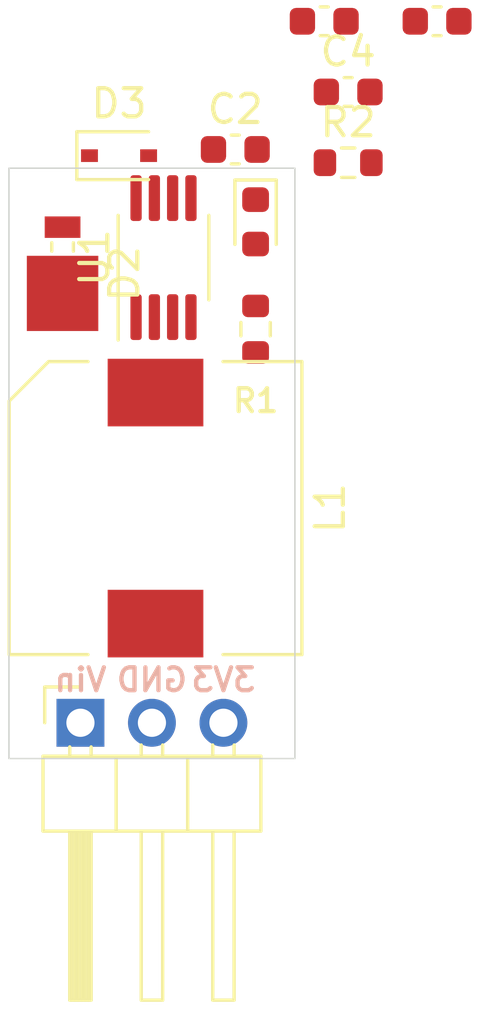
<source format=kicad_pcb>
(kicad_pcb (version 20171130) (host pcbnew "(5.1.12)-1")

  (general
    (thickness 1.6)
    (drawings 7)
    (tracks 0)
    (zones 0)
    (modules 12)
    (nets 10)
  )

  (page A4)
  (layers
    (0 F.Cu signal)
    (31 B.Cu signal)
    (34 B.Paste user)
    (35 F.Paste user hide)
    (36 B.SilkS user)
    (37 F.SilkS user hide)
    (38 B.Mask user)
    (39 F.Mask user hide)
    (44 Edge.Cuts user)
    (45 Margin user)
    (46 B.CrtYd user)
    (47 F.CrtYd user)
  )

  (setup
    (last_trace_width 0.4064)
    (user_trace_width 0.4064)
    (trace_clearance 0.2032)
    (zone_clearance 0.508)
    (zone_45_only no)
    (trace_min 0.2032)
    (via_size 0.8128)
    (via_drill 0.4064)
    (via_min_size 0.8128)
    (via_min_drill 0.4064)
    (user_via 0.8128 0.4064)
    (uvia_size 0.3048)
    (uvia_drill 0.1016)
    (uvias_allowed no)
    (uvia_min_size 0.2032)
    (uvia_min_drill 0.1016)
    (edge_width 0.05)
    (segment_width 0.2)
    (pcb_text_width 0.3)
    (pcb_text_size 1.5 1.5)
    (mod_edge_width 0.12)
    (mod_text_size 1 1)
    (mod_text_width 0.15)
    (pad_size 1.524 1.524)
    (pad_drill 0.762)
    (pad_to_mask_clearance 0)
    (aux_axis_origin 0 0)
    (visible_elements FFFFFF7F)
    (pcbplotparams
      (layerselection 0x010fc_ffffffff)
      (usegerberextensions false)
      (usegerberattributes true)
      (usegerberadvancedattributes true)
      (creategerberjobfile true)
      (excludeedgelayer true)
      (linewidth 0.100000)
      (plotframeref false)
      (viasonmask false)
      (mode 1)
      (useauxorigin false)
      (hpglpennumber 1)
      (hpglpenspeed 20)
      (hpglpendiameter 15.000000)
      (psnegative false)
      (psa4output false)
      (plotreference true)
      (plotvalue true)
      (plotinvisibletext false)
      (padsonsilk false)
      (subtractmaskfromsilk false)
      (outputformat 1)
      (mirror false)
      (drillshape 1)
      (scaleselection 1)
      (outputdirectory ""))
  )

  (net 0 "")
  (net 1 "Net-(C1-Pad2)")
  (net 2 "Net-(C1-Pad1)")
  (net 3 GND)
  (net 4 VCC)
  (net 5 +3V3)
  (net 6 "Net-(D1-Pad2)")
  (net 7 "Net-(U1-Pad5)")
  (net 8 "Net-(C3-Pad2)")
  (net 9 "Net-(C3-Pad1)")

  (net_class Default "This is the default net class."
    (clearance 0.2032)
    (trace_width 0.4064)
    (via_dia 0.8128)
    (via_drill 0.4064)
    (uvia_dia 0.3048)
    (uvia_drill 0.1016)
    (diff_pair_width 0.2032)
    (diff_pair_gap 0.254)
    (add_net +3V3)
    (add_net GND)
    (add_net "Net-(C1-Pad1)")
    (add_net "Net-(C1-Pad2)")
    (add_net "Net-(C3-Pad1)")
    (add_net "Net-(C3-Pad2)")
    (add_net "Net-(D1-Pad2)")
    (add_net "Net-(U1-Pad5)")
    (add_net VCC)
  )

  (module Package_SO:MSOP-8_3x3mm_P0.65mm (layer F.Cu) (tedit 5E509FDD) (tstamp 61A1C862)
    (at 112.171001 60.96 90)
    (descr "MSOP, 8 Pin (https://www.jedec.org/system/files/docs/mo-187F.pdf variant AA), generated with kicad-footprint-generator ipc_gullwing_generator.py")
    (tags "MSOP SO")
    (path /61A4E70B)
    (attr smd)
    (fp_text reference U1 (at 0 -2.45 90) (layer F.SilkS)
      (effects (font (size 1 1) (thickness 0.15)))
    )
    (fp_text value LT1767EMS8-3.3 (at 0 2.45 90) (layer F.Fab)
      (effects (font (size 1 1) (thickness 0.15)))
    )
    (fp_text user %R (at 0 0 90) (layer F.Fab)
      (effects (font (size 0.75 0.75) (thickness 0.11)))
    )
    (fp_line (start 0 1.61) (end 1.5 1.61) (layer F.SilkS) (width 0.12))
    (fp_line (start 0 1.61) (end -1.5 1.61) (layer F.SilkS) (width 0.12))
    (fp_line (start 0 -1.61) (end 1.5 -1.61) (layer F.SilkS) (width 0.12))
    (fp_line (start 0 -1.61) (end -2.925 -1.61) (layer F.SilkS) (width 0.12))
    (fp_line (start -0.75 -1.5) (end 1.5 -1.5) (layer F.Fab) (width 0.1))
    (fp_line (start 1.5 -1.5) (end 1.5 1.5) (layer F.Fab) (width 0.1))
    (fp_line (start 1.5 1.5) (end -1.5 1.5) (layer F.Fab) (width 0.1))
    (fp_line (start -1.5 1.5) (end -1.5 -0.75) (layer F.Fab) (width 0.1))
    (fp_line (start -1.5 -0.75) (end -0.75 -1.5) (layer F.Fab) (width 0.1))
    (fp_line (start -3.18 -1.75) (end -3.18 1.75) (layer F.CrtYd) (width 0.05))
    (fp_line (start -3.18 1.75) (end 3.18 1.75) (layer F.CrtYd) (width 0.05))
    (fp_line (start 3.18 1.75) (end 3.18 -1.75) (layer F.CrtYd) (width 0.05))
    (fp_line (start 3.18 -1.75) (end -3.18 -1.75) (layer F.CrtYd) (width 0.05))
    (pad 8 smd roundrect (at 2.1125 -0.975 90) (size 1.625 0.4) (layers F.Cu F.Paste F.Mask) (roundrect_rratio 0.25)
      (net 3 GND))
    (pad 7 smd roundrect (at 2.1125 -0.325 90) (size 1.625 0.4) (layers F.Cu F.Paste F.Mask) (roundrect_rratio 0.25)
      (net 9 "Net-(C3-Pad1)"))
    (pad 6 smd roundrect (at 2.1125 0.325 90) (size 1.625 0.4) (layers F.Cu F.Paste F.Mask) (roundrect_rratio 0.25)
      (net 5 +3V3))
    (pad 5 smd roundrect (at 2.1125 0.975 90) (size 1.625 0.4) (layers F.Cu F.Paste F.Mask) (roundrect_rratio 0.25)
      (net 7 "Net-(U1-Pad5)"))
    (pad 4 smd roundrect (at -2.1125 0.975 90) (size 1.625 0.4) (layers F.Cu F.Paste F.Mask) (roundrect_rratio 0.25)
      (net 3 GND))
    (pad 3 smd roundrect (at -2.1125 0.325 90) (size 1.625 0.4) (layers F.Cu F.Paste F.Mask) (roundrect_rratio 0.25)
      (net 1 "Net-(C1-Pad2)"))
    (pad 2 smd roundrect (at -2.1125 -0.325 90) (size 1.625 0.4) (layers F.Cu F.Paste F.Mask) (roundrect_rratio 0.25)
      (net 4 VCC))
    (pad 1 smd roundrect (at -2.1125 -0.975 90) (size 1.625 0.4) (layers F.Cu F.Paste F.Mask) (roundrect_rratio 0.25)
      (net 2 "Net-(C1-Pad1)"))
    (model ${KISYS3DMOD}/Package_SO.3dshapes/MSOP-8_3x3mm_P0.65mm.wrl
      (at (xyz 0 0 0))
      (scale (xyz 1 1 1))
      (rotate (xyz 0 0 0))
    )
  )

  (module Resistor_SMD:R_0603_1608Metric (layer F.Cu) (tedit 5F68FEEE) (tstamp 61A1C848)
    (at 118.731001 57.591001)
    (descr "Resistor SMD 0603 (1608 Metric), square (rectangular) end terminal, IPC_7351 nominal, (Body size source: IPC-SM-782 page 72, https://www.pcb-3d.com/wordpress/wp-content/uploads/ipc-sm-782a_amendment_1_and_2.pdf), generated with kicad-footprint-generator")
    (tags resistor)
    (path /61A4FA20)
    (attr smd)
    (fp_text reference R2 (at 0 -1.43) (layer F.SilkS)
      (effects (font (size 1 1) (thickness 0.15)))
    )
    (fp_text value 4.7K (at 0 1.43) (layer F.Fab)
      (effects (font (size 1 1) (thickness 0.15)))
    )
    (fp_text user %R (at 0 0) (layer F.Fab)
      (effects (font (size 0.4 0.4) (thickness 0.06)))
    )
    (fp_line (start -0.8 0.4125) (end -0.8 -0.4125) (layer F.Fab) (width 0.1))
    (fp_line (start -0.8 -0.4125) (end 0.8 -0.4125) (layer F.Fab) (width 0.1))
    (fp_line (start 0.8 -0.4125) (end 0.8 0.4125) (layer F.Fab) (width 0.1))
    (fp_line (start 0.8 0.4125) (end -0.8 0.4125) (layer F.Fab) (width 0.1))
    (fp_line (start -0.237258 -0.5225) (end 0.237258 -0.5225) (layer F.SilkS) (width 0.12))
    (fp_line (start -0.237258 0.5225) (end 0.237258 0.5225) (layer F.SilkS) (width 0.12))
    (fp_line (start -1.48 0.73) (end -1.48 -0.73) (layer F.CrtYd) (width 0.05))
    (fp_line (start -1.48 -0.73) (end 1.48 -0.73) (layer F.CrtYd) (width 0.05))
    (fp_line (start 1.48 -0.73) (end 1.48 0.73) (layer F.CrtYd) (width 0.05))
    (fp_line (start 1.48 0.73) (end -1.48 0.73) (layer F.CrtYd) (width 0.05))
    (pad 2 smd roundrect (at 0.825 0) (size 0.8 0.95) (layers F.Cu F.Paste F.Mask) (roundrect_rratio 0.25)
      (net 3 GND))
    (pad 1 smd roundrect (at -0.825 0) (size 0.8 0.95) (layers F.Cu F.Paste F.Mask) (roundrect_rratio 0.25)
      (net 8 "Net-(C3-Pad2)"))
    (model ${KISYS3DMOD}/Resistor_SMD.3dshapes/R_0603_1608Metric.wrl
      (at (xyz 0 0 0))
      (scale (xyz 1 1 1))
      (rotate (xyz 0 0 0))
    )
  )

  (module Inductor_SMD:L_Wuerth_WE-PDF (layer F.Cu) (tedit 5D8D15CA) (tstamp 61A13200)
    (at 111.887 69.85 270)
    (descr "Shielded Power Inductor, Wuerth Elektronik, WE-PDF, SMD, https://katalog.we-online.de/pbs/datasheet/7447797022.pdf")
    (tags "Choke Shielded Power Inductor WE-PDF Wuerth")
    (path /61A0A487)
    (attr smd)
    (fp_text reference L1 (at 0 -6.2 90) (layer F.SilkS)
      (effects (font (size 1 1) (thickness 0.15)))
    )
    (fp_text value 5uH (at 0.1 6.4 90) (layer F.Fab)
      (effects (font (size 1 1) (thickness 0.15)))
    )
    (fp_text user %R (at 0 0 90) (layer F.Fab)
      (effects (font (size 1 1) (thickness 0.15)))
    )
    (fp_line (start 5.2 2.4) (end 5.2 5.2) (layer F.SilkS) (width 0.12))
    (fp_line (start 5.2 5.2) (end -3.8 5.2) (layer F.SilkS) (width 0.12))
    (fp_line (start -3.8 5.2) (end -5.2 3.8) (layer F.SilkS) (width 0.12))
    (fp_line (start -5.2 3.8) (end -5.2 2.4) (layer F.SilkS) (width 0.12))
    (fp_line (start -5.2 -2.4) (end -5.2 -5.2) (layer F.SilkS) (width 0.12))
    (fp_line (start -5.2 -5.2) (end 5.2 -5.2) (layer F.SilkS) (width 0.12))
    (fp_line (start 5.2 -5.2) (end 5.2 -2.4) (layer F.SilkS) (width 0.12))
    (fp_line (start 5.6 -5.4) (end 5.6 5.5) (layer F.CrtYd) (width 0.05))
    (fp_line (start 5.6 5.5) (end -3.8 5.5) (layer F.CrtYd) (width 0.05))
    (fp_line (start -3.8 5.5) (end -5.6 3.7) (layer F.CrtYd) (width 0.05))
    (fp_line (start -5.6 3.7) (end -5.6 -5.4) (layer F.CrtYd) (width 0.05))
    (fp_line (start -5.6 -5.4) (end 5.6 -5.4) (layer F.CrtYd) (width 0.05))
    (fp_line (start -3.8 2.15) (end -3.6 2.45) (layer F.Fab) (width 0.1))
    (fp_line (start -3.6 2.45) (end -3.05 3.1) (layer F.Fab) (width 0.1))
    (fp_line (start -3.05 3.1) (end -2.4 3.65) (layer F.Fab) (width 0.1))
    (fp_line (start -2.4 3.65) (end -1.4 4.15) (layer F.Fab) (width 0.1))
    (fp_line (start -1.4 4.15) (end -0.3 4.35) (layer F.Fab) (width 0.1))
    (fp_line (start -0.3 4.35) (end 0.25 4.35) (layer F.Fab) (width 0.1))
    (fp_line (start 0.25 4.35) (end 1.2 4.2) (layer F.Fab) (width 0.1))
    (fp_line (start 1.2 4.2) (end 2.1 3.85) (layer F.Fab) (width 0.1))
    (fp_line (start 2.1 3.85) (end 2.9 3.25) (layer F.Fab) (width 0.1))
    (fp_line (start 2.9 3.25) (end 3.5 2.6) (layer F.Fab) (width 0.1))
    (fp_line (start 3.5 2.6) (end 3.75 2.2) (layer F.Fab) (width 0.1))
    (fp_line (start 3.8 -2.2) (end 3.45 -2.65) (layer F.Fab) (width 0.1))
    (fp_line (start 3.45 -2.65) (end 3 -3.2) (layer F.Fab) (width 0.1))
    (fp_line (start 3 -3.2) (end 2.35 -3.65) (layer F.Fab) (width 0.1))
    (fp_line (start 2.35 -3.65) (end 1.7 -4) (layer F.Fab) (width 0.1))
    (fp_line (start 1.7 -4) (end 0.85 -4.3) (layer F.Fab) (width 0.1))
    (fp_line (start 0.85 -4.3) (end 0.2 -4.4) (layer F.Fab) (width 0.1))
    (fp_line (start 0.2 -4.4) (end -0.65 -4.35) (layer F.Fab) (width 0.1))
    (fp_line (start -0.65 -4.35) (end -1.5 -4.1) (layer F.Fab) (width 0.1))
    (fp_line (start -1.5 -4.1) (end -2.4 -3.65) (layer F.Fab) (width 0.1))
    (fp_line (start -2.4 -3.65) (end -3 -3.2) (layer F.Fab) (width 0.1))
    (fp_line (start -3 -3.2) (end -3.7 -2.3) (layer F.Fab) (width 0.1))
    (fp_line (start -3.7 -2.3) (end -3.75 -2.2) (layer F.Fab) (width 0.1))
    (fp_line (start -5.1 2.4) (end -5.1 3.8) (layer F.Fab) (width 0.1))
    (fp_line (start 5.1 5.1) (end -3.8 5.1) (layer F.Fab) (width 0.1))
    (fp_line (start -5.1 3.8) (end -3.8 5.05) (layer F.Fab) (width 0.1))
    (fp_line (start 5.1 -5.1) (end 5.1 -2.4) (layer F.Fab) (width 0.1))
    (fp_line (start 5.1 5.1) (end 5.1 2.4) (layer F.Fab) (width 0.1))
    (fp_line (start 5.1 -5.1) (end -5.1 -5.1) (layer F.Fab) (width 0.1))
    (fp_line (start -5.1 -5.1) (end -5.1 -2.4) (layer F.Fab) (width 0.1))
    (fp_circle (center 0 0) (end 1.3 0.05) (layer F.Adhes) (width 0.38))
    (fp_circle (center 0 0) (end 0.95 0) (layer F.Adhes) (width 0.38))
    (fp_circle (center 0 0) (end 0.6 0.05) (layer F.Adhes) (width 0.38))
    (fp_circle (center 0 0) (end 0.15 0.15) (layer F.Adhes) (width 0.38))
    (fp_circle (center 1.85 2.1) (end 2.1 2.2) (layer F.Fab) (width 0.1))
    (pad 2 smd rect (at 4.1 0 270) (size 2.4 3.4) (layers F.Cu F.Paste F.Mask)
      (net 5 +3V3))
    (pad 1 smd rect (at -4.1 0 270) (size 2.4 3.4) (layers F.Cu F.Paste F.Mask)
      (net 1 "Net-(C1-Pad2)"))
    (model ${KISYS3DMOD}/Inductor_SMD.3dshapes/L_Wuerth_WE-PDF.wrl
      (at (xyz 0 0 0))
      (scale (xyz 1 1 1))
      (rotate (xyz 0 0 0))
    )
  )

  (module Diode_SMD:D_SOD-323 (layer F.Cu) (tedit 58641739) (tstamp 61A1C764)
    (at 110.591001 57.341001)
    (descr SOD-323)
    (tags SOD-323)
    (path /61A54E80)
    (attr smd)
    (fp_text reference D3 (at 0 -1.85) (layer F.SilkS)
      (effects (font (size 1 1) (thickness 0.15)))
    )
    (fp_text value CMDSH-3 (at 0.1 1.9) (layer F.Fab)
      (effects (font (size 1 1) (thickness 0.15)))
    )
    (fp_text user %R (at 0 -1.85) (layer F.Fab)
      (effects (font (size 1 1) (thickness 0.15)))
    )
    (fp_line (start -1.5 -0.85) (end -1.5 0.85) (layer F.SilkS) (width 0.12))
    (fp_line (start 0.2 0) (end 0.45 0) (layer F.Fab) (width 0.1))
    (fp_line (start 0.2 0.35) (end -0.3 0) (layer F.Fab) (width 0.1))
    (fp_line (start 0.2 -0.35) (end 0.2 0.35) (layer F.Fab) (width 0.1))
    (fp_line (start -0.3 0) (end 0.2 -0.35) (layer F.Fab) (width 0.1))
    (fp_line (start -0.3 0) (end -0.5 0) (layer F.Fab) (width 0.1))
    (fp_line (start -0.3 -0.35) (end -0.3 0.35) (layer F.Fab) (width 0.1))
    (fp_line (start -0.9 0.7) (end -0.9 -0.7) (layer F.Fab) (width 0.1))
    (fp_line (start 0.9 0.7) (end -0.9 0.7) (layer F.Fab) (width 0.1))
    (fp_line (start 0.9 -0.7) (end 0.9 0.7) (layer F.Fab) (width 0.1))
    (fp_line (start -0.9 -0.7) (end 0.9 -0.7) (layer F.Fab) (width 0.1))
    (fp_line (start -1.6 -0.95) (end 1.6 -0.95) (layer F.CrtYd) (width 0.05))
    (fp_line (start 1.6 -0.95) (end 1.6 0.95) (layer F.CrtYd) (width 0.05))
    (fp_line (start -1.6 0.95) (end 1.6 0.95) (layer F.CrtYd) (width 0.05))
    (fp_line (start -1.6 -0.95) (end -1.6 0.95) (layer F.CrtYd) (width 0.05))
    (fp_line (start -1.5 0.85) (end 1.05 0.85) (layer F.SilkS) (width 0.12))
    (fp_line (start -1.5 -0.85) (end 1.05 -0.85) (layer F.SilkS) (width 0.12))
    (pad 2 smd rect (at 1.05 0) (size 0.6 0.45) (layers F.Cu F.Paste F.Mask)
      (net 5 +3V3))
    (pad 1 smd rect (at -1.05 0) (size 0.6 0.45) (layers F.Cu F.Paste F.Mask)
      (net 2 "Net-(C1-Pad1)"))
    (model ${KISYS3DMOD}/Diode_SMD.3dshapes/D_SOD-323.wrl
      (at (xyz 0 0 0))
      (scale (xyz 1 1 1))
      (rotate (xyz 0 0 0))
    )
  )

  (module Diode_SMD:D_Powermite_KA (layer F.Cu) (tedit 59B1DBF0) (tstamp 61A131A7)
    (at 108.585 61.5315 270)
    (descr "Microsemi Powermite SMD power package (https://www.microsemi.com/packaging-information/partpackage/details?pid=5339, https://www.onsemi.com/pub/Collateral/457-04.PDF)")
    (tags Powermite)
    (path /61A29D71)
    (attr smd)
    (fp_text reference D2 (at 0 -2.2 90) (layer F.SilkS)
      (effects (font (size 1 1) (thickness 0.15)))
    )
    (fp_text value UPS120 (at 0 2.2 90) (layer F.Fab)
      (effects (font (size 1 1) (thickness 0.15)))
    )
    (fp_text user %R (at 0.4 -0.5 90) (layer F.Fab)
      (effects (font (size 0.4 0.4) (thickness 0.06)))
    )
    (fp_line (start 0.55 0) (end 0.8 0) (layer F.Fab) (width 0.1))
    (fp_line (start 0.55 -0.2) (end 0.25 0) (layer F.Fab) (width 0.1))
    (fp_line (start 0.55 0.2) (end 0.55 -0.2) (layer F.Fab) (width 0.1))
    (fp_line (start 0.25 0) (end 0.55 0.2) (layer F.Fab) (width 0.1))
    (fp_line (start 0.25 0) (end 0 0) (layer F.Fab) (width 0.1))
    (fp_line (start 0.25 0.2) (end 0.25 -0.2) (layer F.Fab) (width 0.1))
    (fp_line (start 2.29 1.52) (end 2.29 -1.52) (layer F.CrtYd) (width 0.05))
    (fp_line (start -0.89 1.52) (end 2.29 1.52) (layer F.CrtYd) (width 0.05))
    (fp_line (start -0.89 0.89) (end -0.89 1.52) (layer F.CrtYd) (width 0.05))
    (fp_line (start -2.29 0.89) (end -0.89 0.89) (layer F.CrtYd) (width 0.05))
    (fp_line (start -2.29 -0.89) (end -2.29 0.89) (layer F.CrtYd) (width 0.05))
    (fp_line (start -0.89 -0.89) (end -2.29 -0.89) (layer F.CrtYd) (width 0.05))
    (fp_line (start -0.89 -1.52) (end -0.89 -0.89) (layer F.CrtYd) (width 0.05))
    (fp_line (start 2.29 -1.52) (end -0.89 -1.52) (layer F.CrtYd) (width 0.05))
    (fp_line (start 1.345 -0.43) (end 1.88 -0.43) (layer F.Fab) (width 0.1))
    (fp_line (start 1.88 -0.43) (end 1.88 0.43) (layer F.Fab) (width 0.1))
    (fp_line (start 1.88 0.43) (end 1.345 0.43) (layer F.Fab) (width 0.1))
    (fp_line (start -0.555 -0.95) (end -0.555 0.95) (layer F.Fab) (width 0.1))
    (fp_line (start -0.555 0.95) (end 1.345 0.95) (layer F.Fab) (width 0.1))
    (fp_line (start 1.345 0.95) (end 1.345 -0.95) (layer F.Fab) (width 0.1))
    (fp_line (start 1.345 -0.95) (end -0.555 -0.95) (layer F.Fab) (width 0.1))
    (fp_line (start -1.97 -0.265) (end -1.97 0.265) (layer F.Fab) (width 0.1))
    (fp_line (start -1.97 0.265) (end -0.555 0.265) (layer F.Fab) (width 0.1))
    (fp_line (start -1.97 -0.265) (end -0.555 -0.265) (layer F.Fab) (width 0.1))
    (fp_line (start -1.1 -0.385) (end -0.8 -0.385) (layer F.SilkS) (width 0.12))
    (fp_line (start -1.1 0.385) (end -0.8 0.385) (layer F.SilkS) (width 0.12))
    (fp_line (start 0.55 0) (end 0.8 0) (layer F.Fab) (width 0.1))
    (fp_line (start 0.55 -0.2) (end 0.25 0) (layer F.Fab) (width 0.1))
    (fp_line (start 0.55 0.2) (end 0.55 -0.2) (layer F.Fab) (width 0.1))
    (fp_line (start 0.25 0) (end 0.55 0.2) (layer F.Fab) (width 0.1))
    (fp_line (start 0.25 0) (end 0 0) (layer F.Fab) (width 0.1))
    (fp_line (start 0.25 0.2) (end 0.25 -0.2) (layer F.Fab) (width 0.1))
    (pad 2 smd rect (at 0.6985 0 270) (size 2.67 2.54) (layers F.Cu F.Paste F.Mask)
      (net 3 GND))
    (pad 1 smd rect (at -1.6525 0 270) (size 0.762 1.27) (layers F.Cu F.Paste F.Mask)
      (net 1 "Net-(C1-Pad2)"))
    (model ${KISYS3DMOD}/Diode_SMD.3dshapes/D_Powermite_KA.wrl
      (at (xyz 0 0 0))
      (scale (xyz 1 1 1))
      (rotate (xyz 0 0 0))
    )
  )

  (module Capacitor_SMD:C_0603_1608Metric (layer F.Cu) (tedit 5F68FEEE) (tstamp 61A1C702)
    (at 118.731001 55.081001)
    (descr "Capacitor SMD 0603 (1608 Metric), square (rectangular) end terminal, IPC_7351 nominal, (Body size source: IPC-SM-782 page 76, https://www.pcb-3d.com/wordpress/wp-content/uploads/ipc-sm-782a_amendment_1_and_2.pdf), generated with kicad-footprint-generator")
    (tags capacitor)
    (path /61A53F56)
    (attr smd)
    (fp_text reference C4 (at 0 -1.43) (layer F.SilkS)
      (effects (font (size 1 1) (thickness 0.15)))
    )
    (fp_text value 10uF (at 0 1.43) (layer F.Fab)
      (effects (font (size 1 1) (thickness 0.15)))
    )
    (fp_text user %R (at 0 0) (layer F.Fab)
      (effects (font (size 0.4 0.4) (thickness 0.06)))
    )
    (fp_line (start -0.8 0.4) (end -0.8 -0.4) (layer F.Fab) (width 0.1))
    (fp_line (start -0.8 -0.4) (end 0.8 -0.4) (layer F.Fab) (width 0.1))
    (fp_line (start 0.8 -0.4) (end 0.8 0.4) (layer F.Fab) (width 0.1))
    (fp_line (start 0.8 0.4) (end -0.8 0.4) (layer F.Fab) (width 0.1))
    (fp_line (start -0.14058 -0.51) (end 0.14058 -0.51) (layer F.SilkS) (width 0.12))
    (fp_line (start -0.14058 0.51) (end 0.14058 0.51) (layer F.SilkS) (width 0.12))
    (fp_line (start -1.48 0.73) (end -1.48 -0.73) (layer F.CrtYd) (width 0.05))
    (fp_line (start -1.48 -0.73) (end 1.48 -0.73) (layer F.CrtYd) (width 0.05))
    (fp_line (start 1.48 -0.73) (end 1.48 0.73) (layer F.CrtYd) (width 0.05))
    (fp_line (start 1.48 0.73) (end -1.48 0.73) (layer F.CrtYd) (width 0.05))
    (pad 2 smd roundrect (at 0.775 0) (size 0.9 0.95) (layers F.Cu F.Paste F.Mask) (roundrect_rratio 0.25)
      (net 3 GND))
    (pad 1 smd roundrect (at -0.775 0) (size 0.9 0.95) (layers F.Cu F.Paste F.Mask) (roundrect_rratio 0.25)
      (net 5 +3V3))
    (model ${KISYS3DMOD}/Capacitor_SMD.3dshapes/C_0603_1608Metric.wrl
      (at (xyz 0 0 0))
      (scale (xyz 1 1 1))
      (rotate (xyz 0 0 0))
    )
  )

  (module Capacitor_SMD:C_0603_1608Metric (layer F.Cu) (tedit 5F68FEEE) (tstamp 61A1C6F1)
    (at 121.891001 52.571001)
    (descr "Capacitor SMD 0603 (1608 Metric), square (rectangular) end terminal, IPC_7351 nominal, (Body size source: IPC-SM-782 page 76, https://www.pcb-3d.com/wordpress/wp-content/uploads/ipc-sm-782a_amendment_1_and_2.pdf), generated with kicad-footprint-generator")
    (tags capacitor)
    (path /61A4EF12)
    (attr smd)
    (fp_text reference C3 (at 0 -1.43) (layer F.SilkS)
      (effects (font (size 1 1) (thickness 0.15)))
    )
    (fp_text value 1.5nF (at 0 1.43) (layer F.Fab)
      (effects (font (size 1 1) (thickness 0.15)))
    )
    (fp_text user %R (at 0 0) (layer F.Fab)
      (effects (font (size 0.4 0.4) (thickness 0.06)))
    )
    (fp_line (start -0.8 0.4) (end -0.8 -0.4) (layer F.Fab) (width 0.1))
    (fp_line (start -0.8 -0.4) (end 0.8 -0.4) (layer F.Fab) (width 0.1))
    (fp_line (start 0.8 -0.4) (end 0.8 0.4) (layer F.Fab) (width 0.1))
    (fp_line (start 0.8 0.4) (end -0.8 0.4) (layer F.Fab) (width 0.1))
    (fp_line (start -0.14058 -0.51) (end 0.14058 -0.51) (layer F.SilkS) (width 0.12))
    (fp_line (start -0.14058 0.51) (end 0.14058 0.51) (layer F.SilkS) (width 0.12))
    (fp_line (start -1.48 0.73) (end -1.48 -0.73) (layer F.CrtYd) (width 0.05))
    (fp_line (start -1.48 -0.73) (end 1.48 -0.73) (layer F.CrtYd) (width 0.05))
    (fp_line (start 1.48 -0.73) (end 1.48 0.73) (layer F.CrtYd) (width 0.05))
    (fp_line (start 1.48 0.73) (end -1.48 0.73) (layer F.CrtYd) (width 0.05))
    (pad 2 smd roundrect (at 0.775 0) (size 0.9 0.95) (layers F.Cu F.Paste F.Mask) (roundrect_rratio 0.25)
      (net 8 "Net-(C3-Pad2)"))
    (pad 1 smd roundrect (at -0.775 0) (size 0.9 0.95) (layers F.Cu F.Paste F.Mask) (roundrect_rratio 0.25)
      (net 9 "Net-(C3-Pad1)"))
    (model ${KISYS3DMOD}/Capacitor_SMD.3dshapes/C_0603_1608Metric.wrl
      (at (xyz 0 0 0))
      (scale (xyz 1 1 1))
      (rotate (xyz 0 0 0))
    )
  )

  (module Capacitor_SMD:C_0603_1608Metric (layer F.Cu) (tedit 5F68FEEE) (tstamp 61A1C6E0)
    (at 114.721001 57.121001)
    (descr "Capacitor SMD 0603 (1608 Metric), square (rectangular) end terminal, IPC_7351 nominal, (Body size source: IPC-SM-782 page 76, https://www.pcb-3d.com/wordpress/wp-content/uploads/ipc-sm-782a_amendment_1_and_2.pdf), generated with kicad-footprint-generator")
    (tags capacitor)
    (path /61A53865)
    (attr smd)
    (fp_text reference C2 (at 0 -1.43) (layer F.SilkS)
      (effects (font (size 1 1) (thickness 0.15)))
    )
    (fp_text value 2.2uF (at 0 1.43) (layer F.Fab)
      (effects (font (size 1 1) (thickness 0.15)))
    )
    (fp_text user %R (at 0 0) (layer F.Fab)
      (effects (font (size 0.4 0.4) (thickness 0.06)))
    )
    (fp_line (start -0.8 0.4) (end -0.8 -0.4) (layer F.Fab) (width 0.1))
    (fp_line (start -0.8 -0.4) (end 0.8 -0.4) (layer F.Fab) (width 0.1))
    (fp_line (start 0.8 -0.4) (end 0.8 0.4) (layer F.Fab) (width 0.1))
    (fp_line (start 0.8 0.4) (end -0.8 0.4) (layer F.Fab) (width 0.1))
    (fp_line (start -0.14058 -0.51) (end 0.14058 -0.51) (layer F.SilkS) (width 0.12))
    (fp_line (start -0.14058 0.51) (end 0.14058 0.51) (layer F.SilkS) (width 0.12))
    (fp_line (start -1.48 0.73) (end -1.48 -0.73) (layer F.CrtYd) (width 0.05))
    (fp_line (start -1.48 -0.73) (end 1.48 -0.73) (layer F.CrtYd) (width 0.05))
    (fp_line (start 1.48 -0.73) (end 1.48 0.73) (layer F.CrtYd) (width 0.05))
    (fp_line (start 1.48 0.73) (end -1.48 0.73) (layer F.CrtYd) (width 0.05))
    (pad 2 smd roundrect (at 0.775 0) (size 0.9 0.95) (layers F.Cu F.Paste F.Mask) (roundrect_rratio 0.25)
      (net 3 GND))
    (pad 1 smd roundrect (at -0.775 0) (size 0.9 0.95) (layers F.Cu F.Paste F.Mask) (roundrect_rratio 0.25)
      (net 4 VCC))
    (model ${KISYS3DMOD}/Capacitor_SMD.3dshapes/C_0603_1608Metric.wrl
      (at (xyz 0 0 0))
      (scale (xyz 1 1 1))
      (rotate (xyz 0 0 0))
    )
  )

  (module Capacitor_SMD:C_0603_1608Metric (layer F.Cu) (tedit 5F68FEEE) (tstamp 61A1C6CF)
    (at 117.881001 52.571001)
    (descr "Capacitor SMD 0603 (1608 Metric), square (rectangular) end terminal, IPC_7351 nominal, (Body size source: IPC-SM-782 page 76, https://www.pcb-3d.com/wordpress/wp-content/uploads/ipc-sm-782a_amendment_1_and_2.pdf), generated with kicad-footprint-generator")
    (tags capacitor)
    (path /61A5444B)
    (attr smd)
    (fp_text reference C1 (at 0 -1.43) (layer F.SilkS)
      (effects (font (size 1 1) (thickness 0.15)))
    )
    (fp_text value 100nF (at 0 1.43) (layer F.Fab)
      (effects (font (size 1 1) (thickness 0.15)))
    )
    (fp_text user %R (at 0 0) (layer F.Fab)
      (effects (font (size 0.4 0.4) (thickness 0.06)))
    )
    (fp_line (start -0.8 0.4) (end -0.8 -0.4) (layer F.Fab) (width 0.1))
    (fp_line (start -0.8 -0.4) (end 0.8 -0.4) (layer F.Fab) (width 0.1))
    (fp_line (start 0.8 -0.4) (end 0.8 0.4) (layer F.Fab) (width 0.1))
    (fp_line (start 0.8 0.4) (end -0.8 0.4) (layer F.Fab) (width 0.1))
    (fp_line (start -0.14058 -0.51) (end 0.14058 -0.51) (layer F.SilkS) (width 0.12))
    (fp_line (start -0.14058 0.51) (end 0.14058 0.51) (layer F.SilkS) (width 0.12))
    (fp_line (start -1.48 0.73) (end -1.48 -0.73) (layer F.CrtYd) (width 0.05))
    (fp_line (start -1.48 -0.73) (end 1.48 -0.73) (layer F.CrtYd) (width 0.05))
    (fp_line (start 1.48 -0.73) (end 1.48 0.73) (layer F.CrtYd) (width 0.05))
    (fp_line (start 1.48 0.73) (end -1.48 0.73) (layer F.CrtYd) (width 0.05))
    (pad 2 smd roundrect (at 0.775 0) (size 0.9 0.95) (layers F.Cu F.Paste F.Mask) (roundrect_rratio 0.25)
      (net 1 "Net-(C1-Pad2)"))
    (pad 1 smd roundrect (at -0.775 0) (size 0.9 0.95) (layers F.Cu F.Paste F.Mask) (roundrect_rratio 0.25)
      (net 2 "Net-(C1-Pad1)"))
    (model ${KISYS3DMOD}/Capacitor_SMD.3dshapes/C_0603_1608Metric.wrl
      (at (xyz 0 0 0))
      (scale (xyz 1 1 1))
      (rotate (xyz 0 0 0))
    )
  )

  (module Adapter3v3:PinHeader_1x03_P2.54mm_Horizontal_Flipped (layer F.Cu) (tedit 61A12623) (tstamp 61A131E7)
    (at 111.76 81.915)
    (descr "Through hole angled pin header, 1x03, 2.54mm pitch, 6mm pin length, single row")
    (tags "Through hole angled pin header THT 1x03 2.54mm single row")
    (path /61A73674)
    (fp_text reference J1 (at 0 -6.985) (layer F.SilkS) hide
      (effects (font (size 1 1) (thickness 0.15)))
    )
    (fp_text value GPS (at 0.635 -8.89 180) (layer F.Fab)
      (effects (font (size 1 1) (thickness 0.15)))
    )
    (fp_line (start -3.81 -2.564) (end -3.81 -0.659) (layer F.Fab) (width 0.1))
    (fp_line (start -3.81 -0.659) (end 3.81 -0.659) (layer F.Fab) (width 0.1))
    (fp_line (start 3.81 -0.659) (end 3.81 -3.199) (layer F.Fab) (width 0.1))
    (fp_line (start 3.81 -3.199) (end -3.175 -3.199) (layer F.Fab) (width 0.1))
    (fp_line (start -3.175 -3.199) (end -3.81 -2.564) (layer F.Fab) (width 0.1))
    (fp_line (start -2.86 -5.019) (end -2.86 -3.199) (layer F.Fab) (width 0.1))
    (fp_line (start -2.86 -4.125) (end -2.22 -4.125) (layer F.Fab) (width 0.1))
    (fp_line (start -2.22 -5.019) (end -2.22 -3.199) (layer F.Fab) (width 0.1))
    (fp_line (start -2.86 -0.659) (end -2.86 5.341) (layer F.Fab) (width 0.1))
    (fp_line (start -2.86 5.341) (end -2.22 5.341) (layer F.Fab) (width 0.1))
    (fp_line (start -2.22 -0.659) (end -2.22 5.341) (layer F.Fab) (width 0.1))
    (fp_line (start -0.32 -5.019) (end -0.32 -3.199) (layer F.Fab) (width 0.1))
    (fp_line (start -0.32 -4.125) (end 0.32 -4.125) (layer F.Fab) (width 0.1))
    (fp_line (start 0.32 -5.019) (end 0.32 -3.199) (layer F.Fab) (width 0.1))
    (fp_line (start -0.32 -0.659) (end -0.32 5.341) (layer F.Fab) (width 0.1))
    (fp_line (start -0.32 5.341) (end 0.32 5.341) (layer F.Fab) (width 0.1))
    (fp_line (start 0.32 -0.659) (end 0.32 5.341) (layer F.Fab) (width 0.1))
    (fp_line (start 2.22 -5.019) (end 2.22 -3.199) (layer F.Fab) (width 0.1))
    (fp_line (start 2.22 -4.125) (end 2.86 -4.125) (layer F.Fab) (width 0.1))
    (fp_line (start 2.86 -5.019) (end 2.86 -3.199) (layer F.Fab) (width 0.1))
    (fp_line (start 2.22 -0.659) (end 2.22 5.341) (layer F.Fab) (width 0.1))
    (fp_line (start 2.22 5.341) (end 2.86 5.341) (layer F.Fab) (width 0.1))
    (fp_line (start 2.86 -0.659) (end 2.86 5.341) (layer F.Fab) (width 0.1))
    (fp_line (start -3.87 -3.259) (end 3.87 -3.259) (layer F.SilkS) (width 0.12))
    (fp_line (start 3.87 -3.259) (end 3.87 -0.599) (layer F.SilkS) (width 0.12))
    (fp_line (start 3.87 -0.599) (end -3.87 -0.599) (layer F.SilkS) (width 0.12))
    (fp_line (start -3.87 -0.599) (end -3.87 -3.259) (layer F.SilkS) (width 0.12))
    (fp_line (start -2.92 -0.599) (end -2.92 5.401) (layer F.SilkS) (width 0.12))
    (fp_line (start -2.92 5.401) (end -2.16 5.401) (layer F.SilkS) (width 0.12))
    (fp_line (start -2.16 5.401) (end -2.16 -0.599) (layer F.SilkS) (width 0.12))
    (fp_line (start -2.86 -0.599) (end -2.86 5.401) (layer F.SilkS) (width 0.12))
    (fp_line (start -2.74 -0.599) (end -2.74 5.401) (layer F.SilkS) (width 0.12))
    (fp_line (start -2.62 -0.599) (end -2.62 5.401) (layer F.SilkS) (width 0.12))
    (fp_line (start -2.5 -0.599) (end -2.5 5.401) (layer F.SilkS) (width 0.12))
    (fp_line (start -2.38 -0.599) (end -2.38 5.401) (layer F.SilkS) (width 0.12))
    (fp_line (start -2.26 -0.599) (end -2.26 5.401) (layer F.SilkS) (width 0.12))
    (fp_line (start -2.92 -3.589) (end -2.92 -3.259) (layer F.SilkS) (width 0.12))
    (fp_line (start -2.16 -3.589) (end -2.16 -3.259) (layer F.SilkS) (width 0.12))
    (fp_line (start -1.27 -3.259) (end -1.27 -0.599) (layer F.SilkS) (width 0.12))
    (fp_line (start -0.38 -0.599) (end -0.38 5.401) (layer F.SilkS) (width 0.12))
    (fp_line (start -0.38 5.401) (end 0.38 5.401) (layer F.SilkS) (width 0.12))
    (fp_line (start 0.38 5.401) (end 0.38 -0.599) (layer F.SilkS) (width 0.12))
    (fp_line (start -0.38 -3.656071) (end -0.38 -3.259) (layer F.SilkS) (width 0.12))
    (fp_line (start 0.38 -3.656071) (end 0.38 -3.259) (layer F.SilkS) (width 0.12))
    (fp_line (start 1.27 -3.259) (end 1.27 -0.599) (layer F.SilkS) (width 0.12))
    (fp_line (start 2.16 -0.599) (end 2.16 5.401) (layer F.SilkS) (width 0.12))
    (fp_line (start 2.16 5.401) (end 2.92 5.401) (layer F.SilkS) (width 0.12))
    (fp_line (start 2.92 5.401) (end 2.92 -0.599) (layer F.SilkS) (width 0.12))
    (fp_line (start 2.16 -3.656071) (end 2.16 -3.259) (layer F.SilkS) (width 0.12))
    (fp_line (start 2.92 -3.656071) (end 2.92 -3.259) (layer F.SilkS) (width 0.12))
    (fp_line (start -2.54 -5.715) (end -3.81 -5.715) (layer F.SilkS) (width 0.12))
    (fp_line (start -3.81 -5.715) (end -3.81 -4.445) (layer F.SilkS) (width 0.12))
    (fp_line (start -4.34 6.245) (end 4.31 6.245) (layer F.CrtYd) (width 0.05))
    (fp_line (start 4.31 6.245) (end 4.31 -6.105) (layer F.CrtYd) (width 0.05))
    (fp_line (start 4.31 -6.105) (end -4.34 -6.105) (layer F.CrtYd) (width 0.05))
    (fp_line (start -4.34 -6.105) (end -4.34 6.245) (layer F.CrtYd) (width 0.05))
    (fp_text user %R (at 0 -1.929) (layer F.Fab)
      (effects (font (size 1 1) (thickness 0.15)))
    )
    (pad 1 thru_hole rect (at -2.54 -4.445 90) (size 1.7 1.7) (drill 1) (layers *.Cu *.Mask)
      (net 4 VCC))
    (pad 2 thru_hole oval (at 0 -4.445 90) (size 1.7 1.7) (drill 1) (layers *.Cu *.Mask)
      (net 3 GND))
    (pad 3 thru_hole oval (at 2.54 -4.445 90) (size 1.7 1.7) (drill 1) (layers *.Cu *.Mask)
      (net 5 +3V3))
    (model ${KISYS3DMOD}/Connector_PinHeader_2.54mm.3dshapes/PinHeader_1x03_P2.54mm_Horizontal.wrl
      (offset (xyz 2.54 4.445 0))
      (scale (xyz 1 1 1))
      (rotate (xyz 0 0 90))
    )
  )

  (module Resistor_SMD:R_0603_1608Metric (layer F.Cu) (tedit 5F68FEEE) (tstamp 61A13211)
    (at 115.443 63.5 90)
    (descr "Resistor SMD 0603 (1608 Metric), square (rectangular) end terminal, IPC_7351 nominal, (Body size source: IPC-SM-782 page 72, https://www.pcb-3d.com/wordpress/wp-content/uploads/ipc-sm-782a_amendment_1_and_2.pdf), generated with kicad-footprint-generator")
    (tags resistor)
    (path /61A1E915)
    (attr smd)
    (fp_text reference R1 (at -2.54 0 180) (layer F.SilkS)
      (effects (font (size 0.8128 0.8128) (thickness 0.1524)))
    )
    (fp_text value 330R (at 0 1.43 90) (layer F.Fab)
      (effects (font (size 1 1) (thickness 0.15)))
    )
    (fp_text user %R (at 0 0 90) (layer F.Fab)
      (effects (font (size 0.4 0.4) (thickness 0.06)))
    )
    (fp_line (start -0.8 0.4125) (end -0.8 -0.4125) (layer F.Fab) (width 0.1))
    (fp_line (start -0.8 -0.4125) (end 0.8 -0.4125) (layer F.Fab) (width 0.1))
    (fp_line (start 0.8 -0.4125) (end 0.8 0.4125) (layer F.Fab) (width 0.1))
    (fp_line (start 0.8 0.4125) (end -0.8 0.4125) (layer F.Fab) (width 0.1))
    (fp_line (start -0.237258 -0.5225) (end 0.237258 -0.5225) (layer F.SilkS) (width 0.12))
    (fp_line (start -0.237258 0.5225) (end 0.237258 0.5225) (layer F.SilkS) (width 0.12))
    (fp_line (start -1.48 0.73) (end -1.48 -0.73) (layer F.CrtYd) (width 0.05))
    (fp_line (start -1.48 -0.73) (end 1.48 -0.73) (layer F.CrtYd) (width 0.05))
    (fp_line (start 1.48 -0.73) (end 1.48 0.73) (layer F.CrtYd) (width 0.05))
    (fp_line (start 1.48 0.73) (end -1.48 0.73) (layer F.CrtYd) (width 0.05))
    (pad 2 smd roundrect (at 0.825 0 90) (size 0.8 0.95) (layers F.Cu F.Paste F.Mask) (roundrect_rratio 0.25)
      (net 6 "Net-(D1-Pad2)"))
    (pad 1 smd roundrect (at -0.825 0 90) (size 0.8 0.95) (layers F.Cu F.Paste F.Mask) (roundrect_rratio 0.25)
      (net 5 +3V3))
    (model ${KISYS3DMOD}/Resistor_SMD.3dshapes/R_0603_1608Metric.wrl
      (at (xyz 0 0 0))
      (scale (xyz 1 1 1))
      (rotate (xyz 0 0 0))
    )
  )

  (module LED_SMD:LED_0603_1608Metric (layer F.Cu) (tedit 5F68FEF1) (tstamp 61A13194)
    (at 115.443 59.69 270)
    (descr "LED SMD 0603 (1608 Metric), square (rectangular) end terminal, IPC_7351 nominal, (Body size source: http://www.tortai-tech.com/upload/download/2011102023233369053.pdf), generated with kicad-footprint-generator")
    (tags LED)
    (path /61A22731)
    (attr smd)
    (fp_text reference D1 (at 1.905 0 180) (layer F.SilkS) hide
      (effects (font (size 0.8128 0.8128) (thickness 0.1524)))
    )
    (fp_text value Red (at 0 1.43 90) (layer F.Fab)
      (effects (font (size 1 1) (thickness 0.15)))
    )
    (fp_text user %R (at 0 0 270) (layer F.Fab)
      (effects (font (size 0.4 0.4) (thickness 0.06)))
    )
    (fp_line (start 0.8 -0.4) (end -0.5 -0.4) (layer F.Fab) (width 0.1))
    (fp_line (start -0.5 -0.4) (end -0.8 -0.1) (layer F.Fab) (width 0.1))
    (fp_line (start -0.8 -0.1) (end -0.8 0.4) (layer F.Fab) (width 0.1))
    (fp_line (start -0.8 0.4) (end 0.8 0.4) (layer F.Fab) (width 0.1))
    (fp_line (start 0.8 0.4) (end 0.8 -0.4) (layer F.Fab) (width 0.1))
    (fp_line (start 0.8 -0.735) (end -1.485 -0.735) (layer F.SilkS) (width 0.12))
    (fp_line (start -1.485 -0.735) (end -1.485 0.735) (layer F.SilkS) (width 0.12))
    (fp_line (start -1.485 0.735) (end 0.8 0.735) (layer F.SilkS) (width 0.12))
    (fp_line (start -1.48 0.73) (end -1.48 -0.73) (layer F.CrtYd) (width 0.05))
    (fp_line (start -1.48 -0.73) (end 1.48 -0.73) (layer F.CrtYd) (width 0.05))
    (fp_line (start 1.48 -0.73) (end 1.48 0.73) (layer F.CrtYd) (width 0.05))
    (fp_line (start 1.48 0.73) (end -1.48 0.73) (layer F.CrtYd) (width 0.05))
    (pad 2 smd roundrect (at 0.7875 0 270) (size 0.875 0.95) (layers F.Cu F.Paste F.Mask) (roundrect_rratio 0.25)
      (net 6 "Net-(D1-Pad2)"))
    (pad 1 smd roundrect (at -0.7875 0 270) (size 0.875 0.95) (layers F.Cu F.Paste F.Mask) (roundrect_rratio 0.25)
      (net 3 GND))
    (model ${KISYS3DMOD}/LED_SMD.3dshapes/LED_0603_1608Metric.wrl
      (at (xyz 0 0 0))
      (scale (xyz 1 1 1))
      (rotate (xyz 0 0 0))
    )
  )

  (gr_text 3V3 (at 114.3 75.946) (layer B.SilkS)
    (effects (font (size 0.8128 0.8128) (thickness 0.1524)) (justify mirror))
  )
  (gr_text GND (at 111.76 75.946) (layer B.SilkS)
    (effects (font (size 0.8128 0.8128) (thickness 0.1524)) (justify mirror))
  )
  (gr_text Vin (at 109.22 75.946) (layer B.SilkS)
    (effects (font (size 0.8128 0.8128) (thickness 0.1524)) (justify mirror))
  )
  (gr_line (start 106.68 78.74) (end 106.68 57.785) (layer Edge.Cuts) (width 0.05) (tstamp 61A1AF1B))
  (gr_line (start 116.84 78.74) (end 106.68 78.74) (layer Edge.Cuts) (width 0.05))
  (gr_line (start 116.84 57.785) (end 116.84 78.74) (layer Edge.Cuts) (width 0.05))
  (gr_line (start 106.68 57.785) (end 116.84 57.785) (layer Edge.Cuts) (width 0.05))

  (zone (net 0) (net_name "") (layers F&B.Cu) (tstamp 0) (hatch edge 0.508)
    (connect_pads (clearance 0.508))
    (min_thickness 0.254)
    (keepout (tracks allowed) (vias allowed) (copperpour not_allowed))
    (fill (arc_segments 32) (thermal_gap 0.508) (thermal_bridge_width 0.508))
    (polygon
      (pts
        (xy 114.808 66.802) (xy 114.808 70.358) (xy 113.538 71.628) (xy 109.982 71.628) (xy 108.712 70.358)
        (xy 108.712 66.802) (xy 109.982 65.532) (xy 113.538 65.532)
      )
    )
  )
  (zone (net 3) (net_name GND) (layer F.Cu) (tstamp 0) (hatch edge 0.508)
    (connect_pads thru_hole_only (clearance 0.254))
    (min_thickness 0.254)
    (fill (arc_segments 32) (thermal_gap 0.254) (thermal_bridge_width 0.508))
    (polygon
      (pts
        (xy 116.84 78.74) (xy 106.68 78.74) (xy 106.68 57.785) (xy 116.84 57.785)
      )
    )
  )
  (zone (net 3) (net_name GND) (layer B.Cu) (tstamp 0) (hatch edge 0.508)
    (connect_pads thru_hole_only (clearance 0.254))
    (min_thickness 0.254)
    (fill (arc_segments 32) (thermal_gap 0.254) (thermal_bridge_width 0.508))
    (polygon
      (pts
        (xy 116.84 78.74) (xy 106.68 78.74) (xy 106.68 57.785) (xy 116.84 57.785)
      )
    )
  )
)

</source>
